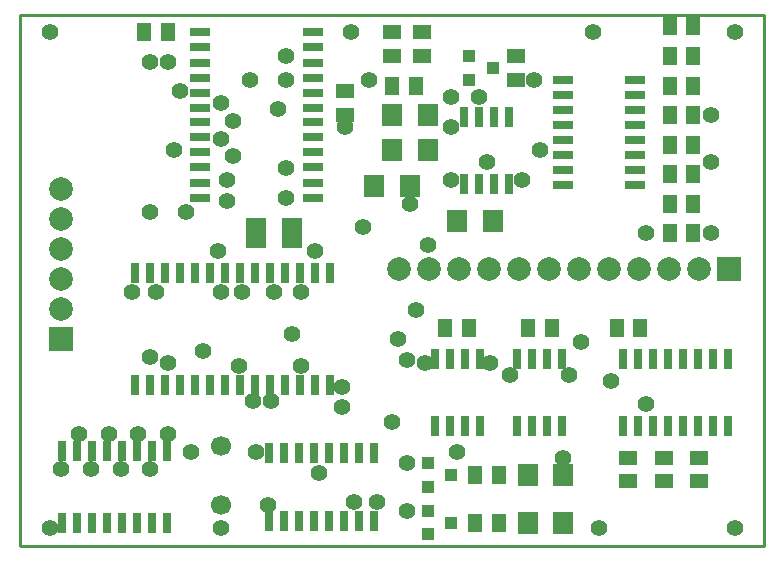
<source format=gts>
G04 Layer_Color=8388736*
%FSLAX42Y42*%
%MOMM*%
G71*
G01*
G75*
%ADD20C,0.25*%
%ADD26R,1.80X2.60*%
%ADD27R,0.80X1.70*%
%ADD28R,1.60X1.20*%
%ADD29R,1.20X1.60*%
%ADD30R,1.70X1.90*%
%ADD31R,1.00X1.00*%
%ADD32R,1.70X0.80*%
%ADD33R,2.00X2.00*%
%ADD34C,2.00*%
%ADD35C,1.70*%
%ADD36R,2.00X2.00*%
%ADD37C,1.40*%
D20*
X0Y0D02*
Y4500D01*
X6300D01*
Y0D02*
Y4500D01*
X0Y0D02*
X6300D01*
D26*
X2300Y2650D02*
D03*
X2000D02*
D03*
D27*
X2106Y214D02*
D03*
Y786D02*
D03*
X2994Y214D02*
D03*
X2867D02*
D03*
X2741D02*
D03*
X2614D02*
D03*
X2486D02*
D03*
X2359D02*
D03*
X2233D02*
D03*
Y786D02*
D03*
X2359D02*
D03*
X2486D02*
D03*
X2614D02*
D03*
X2741D02*
D03*
X2867D02*
D03*
X2994D02*
D03*
X974Y1364D02*
D03*
X1102D02*
D03*
X1228D02*
D03*
X1356D02*
D03*
X1482D02*
D03*
X1609D02*
D03*
X1736D02*
D03*
X2625D02*
D03*
X2499D02*
D03*
X2372D02*
D03*
X2244D02*
D03*
X2117D02*
D03*
X1991D02*
D03*
X1864D02*
D03*
Y2316D02*
D03*
X1991D02*
D03*
X2117D02*
D03*
X2244D02*
D03*
X2372D02*
D03*
X2499D02*
D03*
X2625D02*
D03*
X1736D02*
D03*
X1609D02*
D03*
X1482D02*
D03*
X1356D02*
D03*
X1228D02*
D03*
X1102D02*
D03*
X974D02*
D03*
X3510Y1586D02*
D03*
X3637D02*
D03*
X3763D02*
D03*
X3890D02*
D03*
Y1014D02*
D03*
X3763D02*
D03*
X3637D02*
D03*
X3510D02*
D03*
X4210Y1586D02*
D03*
X4337D02*
D03*
X4463D02*
D03*
X4590D02*
D03*
Y1014D02*
D03*
X4463D02*
D03*
X4337D02*
D03*
X4210D02*
D03*
X5994Y1586D02*
D03*
Y1014D02*
D03*
X5106Y1586D02*
D03*
X5233D02*
D03*
X5360D02*
D03*
X5487D02*
D03*
X5613D02*
D03*
X5740D02*
D03*
X5867D02*
D03*
Y1014D02*
D03*
X5740D02*
D03*
X5613D02*
D03*
X5487D02*
D03*
X5360D02*
D03*
X5233D02*
D03*
X5106D02*
D03*
X4140Y3636D02*
D03*
X4013D02*
D03*
X3887D02*
D03*
X3760D02*
D03*
Y3064D02*
D03*
X3887D02*
D03*
X4013D02*
D03*
X4140D02*
D03*
X1244Y805D02*
D03*
Y195D02*
D03*
X356Y805D02*
D03*
X482D02*
D03*
X609D02*
D03*
X736D02*
D03*
X864D02*
D03*
X990D02*
D03*
X1118D02*
D03*
Y195D02*
D03*
X990D02*
D03*
X864D02*
D03*
X736D02*
D03*
X609D02*
D03*
X482D02*
D03*
X356D02*
D03*
D28*
X4200Y3950D02*
D03*
Y4150D02*
D03*
X5150Y750D02*
D03*
Y550D02*
D03*
X5450Y750D02*
D03*
Y550D02*
D03*
X5750D02*
D03*
Y750D02*
D03*
X3400Y4150D02*
D03*
Y4350D02*
D03*
X3150D02*
D03*
Y4150D02*
D03*
X2750Y3850D02*
D03*
Y3650D02*
D03*
D29*
X5500Y4400D02*
D03*
X5700D02*
D03*
X5500Y4150D02*
D03*
X5700D02*
D03*
X5500Y3900D02*
D03*
X5700D02*
D03*
X5500Y3650D02*
D03*
X5700D02*
D03*
X5500Y2650D02*
D03*
X5700D02*
D03*
X5500Y2900D02*
D03*
X5700D02*
D03*
X5500Y3400D02*
D03*
X5700D02*
D03*
X5500Y3150D02*
D03*
X5700D02*
D03*
X4050Y200D02*
D03*
X3850D02*
D03*
X4050Y600D02*
D03*
X3850D02*
D03*
X3600Y1850D02*
D03*
X3800D02*
D03*
X4300D02*
D03*
X4500D02*
D03*
X5250D02*
D03*
X5050D02*
D03*
X3350Y3900D02*
D03*
X3150D02*
D03*
X1050Y4350D02*
D03*
X1250D02*
D03*
D30*
X4300Y200D02*
D03*
X4600D02*
D03*
X4300Y600D02*
D03*
X4600D02*
D03*
X3000Y3050D02*
D03*
X3300D02*
D03*
X3150Y3350D02*
D03*
X3450D02*
D03*
X3150Y3650D02*
D03*
X3450D02*
D03*
X4000Y2750D02*
D03*
X3700D02*
D03*
D31*
X3650Y600D02*
D03*
X3450Y500D02*
D03*
Y700D02*
D03*
X3650Y200D02*
D03*
X3450Y100D02*
D03*
Y300D02*
D03*
X4000Y4050D02*
D03*
X3800Y3950D02*
D03*
Y4150D02*
D03*
D32*
X5205Y3056D02*
D03*
Y3183D02*
D03*
Y3310D02*
D03*
Y3437D02*
D03*
Y3563D02*
D03*
Y3690D02*
D03*
Y3817D02*
D03*
X4595D02*
D03*
Y3690D02*
D03*
Y3563D02*
D03*
Y3437D02*
D03*
Y3310D02*
D03*
Y3183D02*
D03*
Y3056D02*
D03*
X5205Y3944D02*
D03*
X4595D02*
D03*
X1524Y2951D02*
D03*
Y3078D02*
D03*
Y3206D02*
D03*
Y4094D02*
D03*
Y3967D02*
D03*
Y3840D02*
D03*
Y3713D02*
D03*
Y3587D02*
D03*
Y3460D02*
D03*
Y3333D02*
D03*
X2476Y3840D02*
D03*
Y3967D02*
D03*
Y4094D02*
D03*
Y4222D02*
D03*
Y4349D02*
D03*
Y3713D02*
D03*
Y3587D02*
D03*
Y3460D02*
D03*
Y3333D02*
D03*
Y3206D02*
D03*
Y3078D02*
D03*
Y2951D02*
D03*
X1524Y4349D02*
D03*
Y4222D02*
D03*
D33*
X350Y1750D02*
D03*
D34*
Y2004D02*
D03*
Y2258D02*
D03*
Y2512D02*
D03*
Y2766D02*
D03*
Y3020D02*
D03*
X5746Y2350D02*
D03*
X5492D02*
D03*
X5238D02*
D03*
X4984D02*
D03*
X4730D02*
D03*
X3968D02*
D03*
X4222D02*
D03*
X4476D02*
D03*
X3206D02*
D03*
X3460D02*
D03*
X3714D02*
D03*
D35*
X1700Y850D02*
D03*
Y350D02*
D03*
D36*
X6000Y2350D02*
D03*
D37*
X1300Y3350D02*
D03*
X2900Y2700D02*
D03*
X3350Y2000D02*
D03*
X4900Y150D02*
D03*
X1700D02*
D03*
X4850Y4350D02*
D03*
X2800D02*
D03*
X250Y150D02*
D03*
Y4350D02*
D03*
X6050Y150D02*
D03*
Y4350D02*
D03*
X2250Y3200D02*
D03*
X1100Y2825D02*
D03*
X1400Y2825D02*
D03*
X1675Y2500D02*
D03*
X2500D02*
D03*
X3450Y2550D02*
D03*
X2528Y621D02*
D03*
X2725Y1175D02*
D03*
Y1350D02*
D03*
X2305Y1800D02*
D03*
X950Y2150D02*
D03*
X1150D02*
D03*
X4650Y1450D02*
D03*
X3700Y800D02*
D03*
X3300Y2900D02*
D03*
X1250Y1550D02*
D03*
X1100Y1600D02*
D03*
X1700Y2150D02*
D03*
X1875D02*
D03*
X2950Y3950D02*
D03*
X1950D02*
D03*
X2375Y1525D02*
D03*
Y2150D02*
D03*
X1850Y1525D02*
D03*
X2825Y375D02*
D03*
X3025D02*
D03*
X3275Y700D02*
D03*
X3200Y1750D02*
D03*
X3275Y300D02*
D03*
Y1575D02*
D03*
X3975Y1550D02*
D03*
X3425D02*
D03*
X2000Y800D02*
D03*
X2100Y350D02*
D03*
X2125Y1225D02*
D03*
X1975D02*
D03*
X4150Y1450D02*
D03*
X5000Y1400D02*
D03*
X5300Y1200D02*
D03*
X4600Y750D02*
D03*
X1750Y3100D02*
D03*
Y2925D02*
D03*
X1250Y4100D02*
D03*
X2250Y3950D02*
D03*
X2250Y4150D02*
D03*
X1800Y3300D02*
D03*
X1700Y3450D02*
D03*
X1800Y3600D02*
D03*
X1700Y3750D02*
D03*
X2185Y3700D02*
D03*
X2750Y3550D02*
D03*
X4350Y3950D02*
D03*
X4250Y3100D02*
D03*
X3650D02*
D03*
Y3550D02*
D03*
X3950Y3250D02*
D03*
X3887Y3800D02*
D03*
X5850Y3650D02*
D03*
Y2650D02*
D03*
X4400Y3350D02*
D03*
X5850Y3250D02*
D03*
X5300Y2650D02*
D03*
X1350Y3850D02*
D03*
X1100Y4100D02*
D03*
X2151Y2151D02*
D03*
X4750Y1725D02*
D03*
X3650Y3800D02*
D03*
X1100Y650D02*
D03*
X850D02*
D03*
X600D02*
D03*
X350D02*
D03*
X1000Y950D02*
D03*
X750D02*
D03*
X500D02*
D03*
X1250D02*
D03*
X2250Y2950D02*
D03*
X1450Y800D02*
D03*
X3150Y1050D02*
D03*
X1550Y1650D02*
D03*
M02*

</source>
